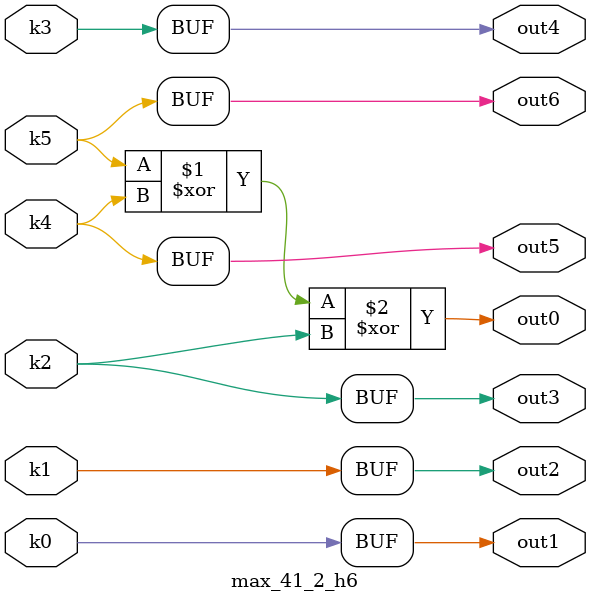
<source format=v>
module max_41_2(pi00, pi01, pi02, pi03, pi04, pi05, pi06, pi07, pi08, pi09, po0, po1, po2, po3, po4, po5, po6);
input pi00, pi01, pi02, pi03, pi04, pi05, pi06, pi07, pi08, pi09;
output po0, po1, po2, po3, po4, po5, po6;
wire k0, k1, k2, k3, k4, k5;
max_41_2_w6 DUT1 (pi00, pi01, pi02, pi03, pi04, pi05, pi06, pi07, pi08, pi09, k0, k1, k2, k3, k4, k5);
max_41_2_h6 DUT2 (k0, k1, k2, k3, k4, k5, po0, po1, po2, po3, po4, po5, po6);
endmodule

module max_41_2_w6(in9, in8, in7, in6, in5, in4, in3, in2, in1, in0, k5, k4, k3, k2, k1, k0);
input in9, in8, in7, in6, in5, in4, in3, in2, in1, in0;
output k5, k4, k3, k2, k1, k0;
assign k0 =   in2 ? ~in8 : ~in5;
assign k1 =   ~in1 & (in2 ? ~in9 : ~in6);
assign k2 =   in2 ? ~in7 : ~in4;
assign k3 =   in1 & (in2 ? in9 : in6);
assign k4 =   ~in7 & in4;
assign k5 =   (((~in9 | (in6 & ~in3)) & (in6 | ~in3)) | (~in8 & in5)) & (~in8 | in5) & (in4 | ~in7);
endmodule

module max_41_2_h6(k5, k4, k3, k2, k1, k0, out6, out5, out4, out3, out2, out1, out0);
input k5, k4, k3, k2, k1, k0;
output out6, out5, out4, out3, out2, out1, out0;
assign out0 = k5 ^ k4 ^ k2;
assign out1 = k0;
assign out2 = k1;
assign out3 = k2;
assign out4 = k3;
assign out5 = k4;
assign out6 = k5;
endmodule

</source>
